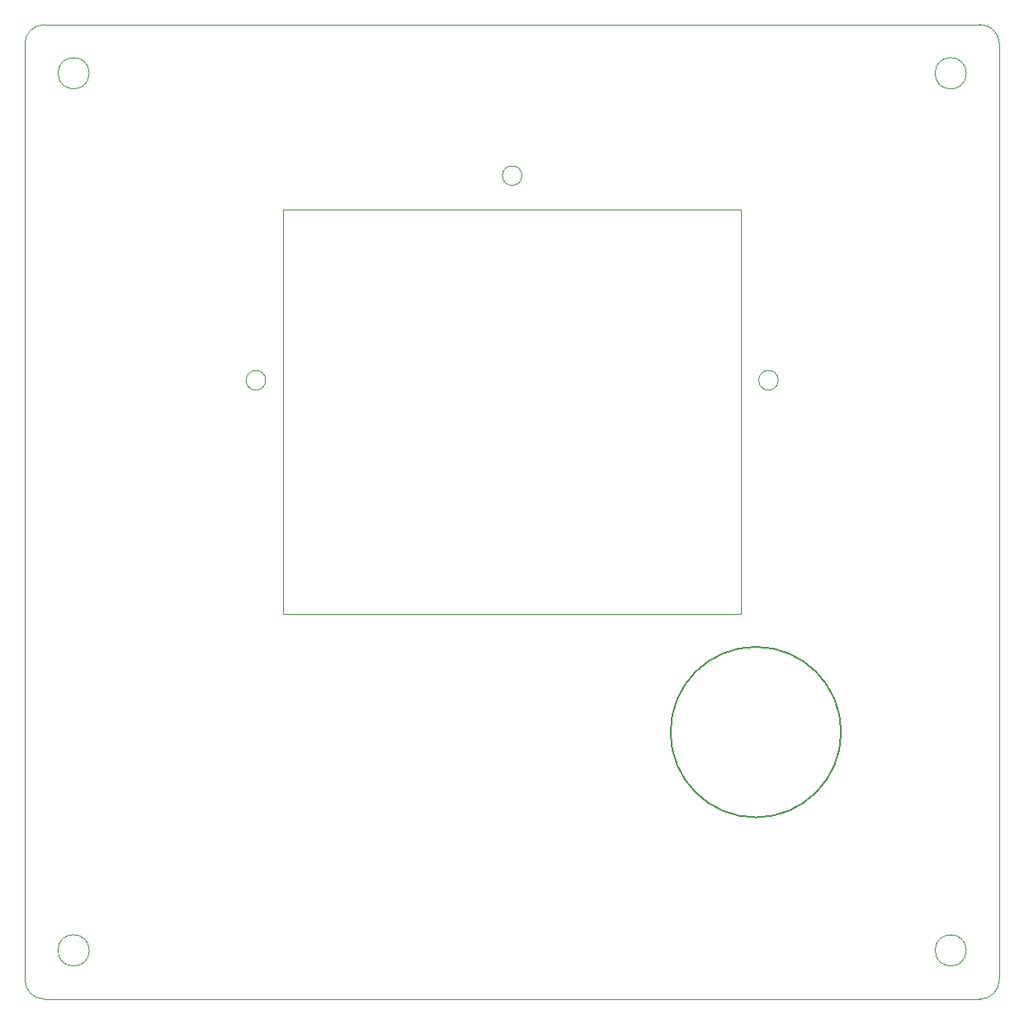
<source format=gbr>
%TF.GenerationSoftware,KiCad,Pcbnew,8.0.3*%
%TF.CreationDate,2024-06-20T00:16:02-06:00*%
%TF.ProjectId,dc32-front,64633332-2d66-4726-9f6e-742e6b696361,1.0*%
%TF.SameCoordinates,PX7bb10a0PY836a940*%
%TF.FileFunction,Profile,NP*%
%FSLAX46Y46*%
G04 Gerber Fmt 4.6, Leading zero omitted, Abs format (unit mm)*
G04 Created by KiCad (PCBNEW 8.0.3) date 2024-06-20 00:16:02*
%MOMM*%
%LPD*%
G01*
G04 APERTURE LIST*
%TA.AperFunction,Profile*%
%ADD10C,0.100000*%
%TD*%
%TA.AperFunction,Profile*%
%ADD11C,0.150000*%
%TD*%
G04 APERTURE END LIST*
D10*
X2000000Y0D02*
X98000000Y0D01*
X6603122Y5000000D02*
G75*
G02*
X3396878Y5000000I-1603122J0D01*
G01*
X3396878Y5000000D02*
G75*
G02*
X6603122Y5000000I1603122J0D01*
G01*
X0Y98000000D02*
G75*
G02*
X2000000Y100000000I2000000J0D01*
G01*
X100000000Y2000000D02*
G75*
G02*
X98000000Y0I-2000000J0D01*
G01*
X6600000Y95000000D02*
G75*
G02*
X3400000Y95000000I-1600000J0D01*
G01*
X3400000Y95000000D02*
G75*
G02*
X6600000Y95000000I1600000J0D01*
G01*
X98000000Y100000000D02*
G75*
G02*
X100000000Y98000000I0J-2000000D01*
G01*
X98000000Y100000000D02*
X2000000Y100000000D01*
X96600000Y5000000D02*
G75*
G02*
X93400000Y5000000I-1600000J0D01*
G01*
X93400000Y5000000D02*
G75*
G02*
X96600000Y5000000I1600000J0D01*
G01*
X2000000Y0D02*
G75*
G02*
X0Y2000000I0J2000000D01*
G01*
X24700000Y63500000D02*
G75*
G02*
X22700000Y63500000I-1000000J0D01*
G01*
X22700000Y63500000D02*
G75*
G02*
X24700000Y63500000I1000000J0D01*
G01*
X51000000Y84500000D02*
G75*
G02*
X49000000Y84500000I-1000000J0D01*
G01*
X49000000Y84500000D02*
G75*
G02*
X51000000Y84500000I1000000J0D01*
G01*
X100000000Y2000000D02*
X100000000Y98000000D01*
X0Y98000000D02*
X0Y2000000D01*
X26500000Y81000000D02*
X73500000Y81000000D01*
X73500000Y39500000D01*
X26500000Y39500000D01*
X26500000Y81000000D01*
D11*
X83750000Y27400000D02*
G75*
G02*
X66250000Y27400000I-8750000J0D01*
G01*
X66250000Y27400000D02*
G75*
G02*
X83750000Y27400000I8750000J0D01*
G01*
D10*
X77300000Y63500000D02*
G75*
G02*
X75300000Y63500000I-1000000J0D01*
G01*
X75300000Y63500000D02*
G75*
G02*
X77300000Y63500000I1000000J0D01*
G01*
X96603122Y95000000D02*
G75*
G02*
X93396878Y95000000I-1603122J0D01*
G01*
X93396878Y95000000D02*
G75*
G02*
X96603122Y95000000I1603122J0D01*
G01*
M02*

</source>
